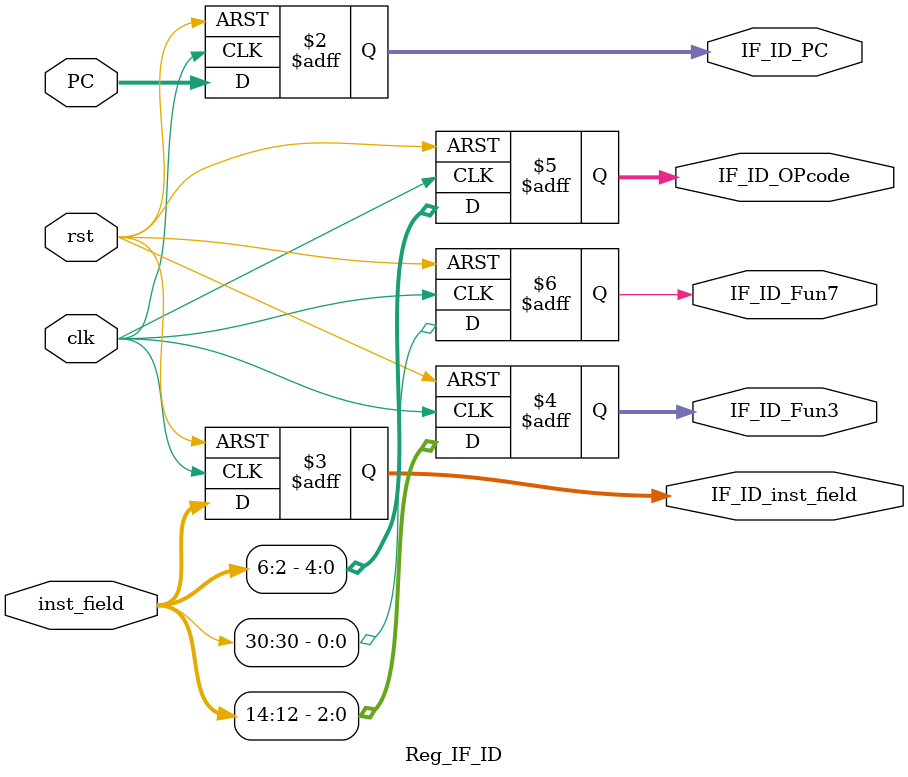
<source format=v>
`timescale 1ns / 1ps

module Reg_IF_ID(
    input clk,
    input rst,
    input [31:0] PC,
    input [31:0]inst_field,
    output reg [31:0]IF_ID_PC,
    output reg [31:0]IF_ID_inst_field,
    output reg [2:0]IF_ID_Fun3,
    output reg [4:0]IF_ID_OPcode,
    output reg IF_ID_Fun7
    );

always@(posedge clk or posedge rst)begin
    if(rst)begin
        IF_ID_PC <= 32'b0;
        IF_ID_inst_field <= 32'h00000013;
        IF_ID_Fun3 <= 3'b0;
        IF_ID_Fun7 <= 7'b0;
        IF_ID_OPcode <= 5'b0;
    end
    else begin
        IF_ID_PC <= PC;
        IF_ID_inst_field <= inst_field;
        IF_ID_Fun3 <= inst_field[14:12];
        IF_ID_Fun7 <= inst_field[30];
        IF_ID_OPcode <= inst_field[6:2];
    end
end

endmodule

</source>
